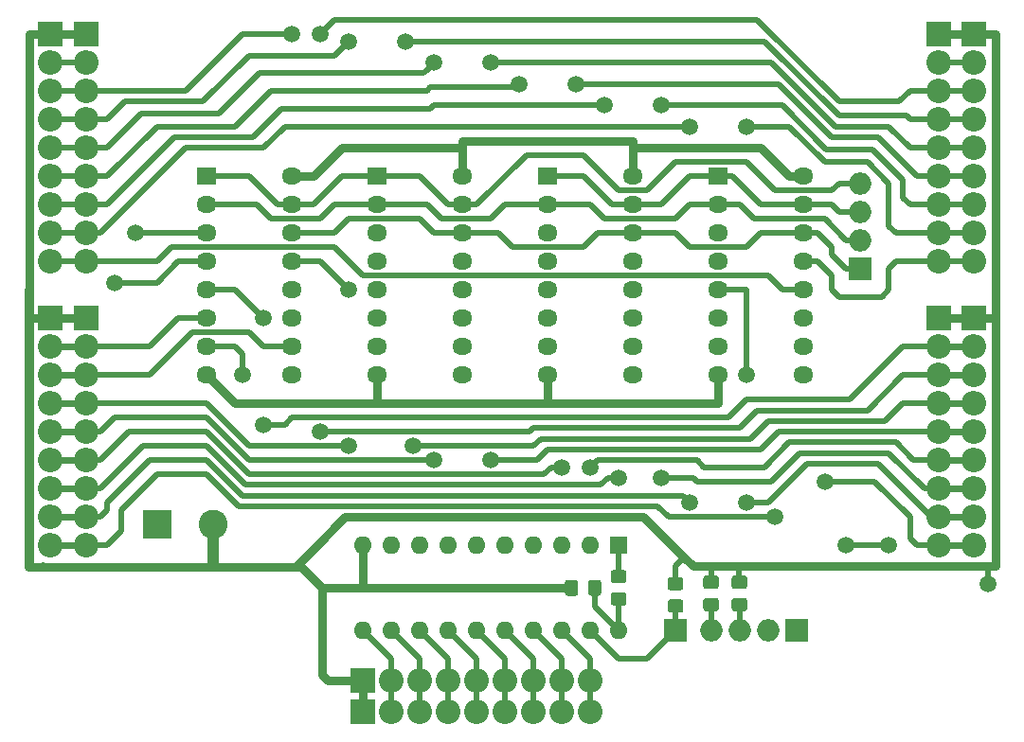
<source format=gbr>
%TF.GenerationSoftware,KiCad,Pcbnew,(5.1.8)-1*%
%TF.CreationDate,2023-07-01T01:21:54+03:00*%
%TF.ProjectId,MUX4x1,4d555834-7831-42e6-9b69-6361645f7063,rev?*%
%TF.SameCoordinates,Original*%
%TF.FileFunction,Copper,L2,Bot*%
%TF.FilePolarity,Positive*%
%FSLAX46Y46*%
G04 Gerber Fmt 4.6, Leading zero omitted, Abs format (unit mm)*
G04 Created by KiCad (PCBNEW (5.1.8)-1) date 2023-07-01 01:21:54*
%MOMM*%
%LPD*%
G01*
G04 APERTURE LIST*
%TA.AperFunction,ComponentPad*%
%ADD10O,2.000000X2.000000*%
%TD*%
%TA.AperFunction,ComponentPad*%
%ADD11R,2.000000X2.000000*%
%TD*%
%TA.AperFunction,ComponentPad*%
%ADD12O,2.200000X2.200000*%
%TD*%
%TA.AperFunction,ComponentPad*%
%ADD13R,2.200000X2.200000*%
%TD*%
%TA.AperFunction,ComponentPad*%
%ADD14O,1.800000X1.500000*%
%TD*%
%TA.AperFunction,ComponentPad*%
%ADD15R,1.800000X1.500000*%
%TD*%
%TA.AperFunction,ComponentPad*%
%ADD16R,2.600000X2.600000*%
%TD*%
%TA.AperFunction,ComponentPad*%
%ADD17C,2.600000*%
%TD*%
%TA.AperFunction,ComponentPad*%
%ADD18R,1.600000X1.600000*%
%TD*%
%TA.AperFunction,ComponentPad*%
%ADD19O,1.600000X1.600000*%
%TD*%
%TA.AperFunction,ViaPad*%
%ADD20C,1.500000*%
%TD*%
%TA.AperFunction,Conductor*%
%ADD21C,0.800000*%
%TD*%
%TA.AperFunction,Conductor*%
%ADD22C,0.500000*%
%TD*%
%TA.AperFunction,Conductor*%
%ADD23C,1.000000*%
%TD*%
%TA.AperFunction,Conductor*%
%ADD24C,0.600000*%
%TD*%
G04 APERTURE END LIST*
%TO.P,R6,2*%
%TO.N,GND*%
%TA.AperFunction,SMDPad,CuDef*%
G36*
G01*
X133165001Y-110598000D02*
X132264999Y-110598000D01*
G75*
G02*
X132015000Y-110348001I0J249999D01*
G01*
X132015000Y-109647999D01*
G75*
G02*
X132264999Y-109398000I249999J0D01*
G01*
X133165001Y-109398000D01*
G75*
G02*
X133415000Y-109647999I0J-249999D01*
G01*
X133415000Y-110348001D01*
G75*
G02*
X133165001Y-110598000I-249999J0D01*
G01*
G37*
%TD.AperFunction*%
%TO.P,R6,1*%
%TO.N,/~EL*%
%TA.AperFunction,SMDPad,CuDef*%
G36*
G01*
X133165001Y-112598000D02*
X132264999Y-112598000D01*
G75*
G02*
X132015000Y-112348001I0J249999D01*
G01*
X132015000Y-111647999D01*
G75*
G02*
X132264999Y-111398000I249999J0D01*
G01*
X133165001Y-111398000D01*
G75*
G02*
X133415000Y-111647999I0J-249999D01*
G01*
X133415000Y-112348001D01*
G75*
G02*
X133165001Y-112598000I-249999J0D01*
G01*
G37*
%TD.AperFunction*%
%TD*%
D10*
%TO.P,J14,4*%
%TO.N,/~EL*%
X132715000Y-114300000D03*
%TO.P,J14,3*%
%TO.N,/~EH*%
X135255000Y-114300000D03*
%TO.P,J14,2*%
%TO.N,/S1*%
X137795000Y-114300000D03*
D11*
%TO.P,J14,1*%
%TO.N,/S0*%
X140335000Y-114300000D03*
%TD*%
D10*
%TO.P,J7,4*%
%TO.N,/~EL*%
X146050000Y-74295000D03*
%TO.P,J7,3*%
%TO.N,/~EH*%
X146050000Y-76835000D03*
%TO.P,J7,2*%
%TO.N,/S1*%
X146050000Y-79375000D03*
D11*
%TO.P,J7,1*%
%TO.N,/S0*%
X146050000Y-81915000D03*
%TD*%
%TO.P,R5,2*%
%TO.N,/~OE*%
%TA.AperFunction,SMDPad,CuDef*%
G36*
G01*
X129089999Y-111525000D02*
X129990001Y-111525000D01*
G75*
G02*
X130240000Y-111774999I0J-249999D01*
G01*
X130240000Y-112475001D01*
G75*
G02*
X129990001Y-112725000I-249999J0D01*
G01*
X129089999Y-112725000D01*
G75*
G02*
X128840000Y-112475001I0J249999D01*
G01*
X128840000Y-111774999D01*
G75*
G02*
X129089999Y-111525000I249999J0D01*
G01*
G37*
%TD.AperFunction*%
%TO.P,R5,1*%
%TO.N,GND*%
%TA.AperFunction,SMDPad,CuDef*%
G36*
G01*
X129089999Y-109525000D02*
X129990001Y-109525000D01*
G75*
G02*
X130240000Y-109774999I0J-249999D01*
G01*
X130240000Y-110475001D01*
G75*
G02*
X129990001Y-110725000I-249999J0D01*
G01*
X129089999Y-110725000D01*
G75*
G02*
X128840000Y-110475001I0J249999D01*
G01*
X128840000Y-109774999D01*
G75*
G02*
X129089999Y-109525000I249999J0D01*
G01*
G37*
%TD.AperFunction*%
%TD*%
%TO.P,J13,1*%
%TO.N,/~OE*%
X129540000Y-114300000D03*
%TD*%
%TO.P,C3,2*%
%TO.N,GND*%
%TA.AperFunction,SMDPad,CuDef*%
G36*
G01*
X120835000Y-110015000D02*
X120835000Y-110965000D01*
G75*
G02*
X120585000Y-111215000I-250000J0D01*
G01*
X119910000Y-111215000D01*
G75*
G02*
X119660000Y-110965000I0J250000D01*
G01*
X119660000Y-110015000D01*
G75*
G02*
X119910000Y-109765000I250000J0D01*
G01*
X120585000Y-109765000D01*
G75*
G02*
X120835000Y-110015000I0J-250000D01*
G01*
G37*
%TD.AperFunction*%
%TO.P,C3,1*%
%TO.N,VCC*%
%TA.AperFunction,SMDPad,CuDef*%
G36*
G01*
X122910000Y-110015000D02*
X122910000Y-110965000D01*
G75*
G02*
X122660000Y-111215000I-250000J0D01*
G01*
X121985000Y-111215000D01*
G75*
G02*
X121735000Y-110965000I0J250000D01*
G01*
X121735000Y-110015000D01*
G75*
G02*
X121985000Y-109765000I250000J0D01*
G01*
X122660000Y-109765000D01*
G75*
G02*
X122910000Y-110015000I0J-250000D01*
G01*
G37*
%TD.AperFunction*%
%TD*%
D12*
%TO.P,J12,9*%
%TO.N,/BUS7*%
X121920000Y-121602500D03*
%TO.P,J12,8*%
%TO.N,/BUS6*%
X119380000Y-121602500D03*
%TO.P,J12,7*%
%TO.N,/BUS5*%
X116840000Y-121602500D03*
%TO.P,J12,6*%
%TO.N,/BUS4*%
X114300000Y-121602500D03*
%TO.P,J12,5*%
%TO.N,/BUS3*%
X111760000Y-121602500D03*
%TO.P,J12,4*%
%TO.N,/BUS2*%
X109220000Y-121602500D03*
%TO.P,J12,3*%
%TO.N,/BUS1*%
X106680000Y-121602500D03*
%TO.P,J12,2*%
%TO.N,/BUS0*%
X104140000Y-121602500D03*
D13*
%TO.P,J12,1*%
%TO.N,GND*%
X101600000Y-121602500D03*
%TD*%
D12*
%TO.P,J11,9*%
%TO.N,/D7*%
X156210000Y-81280000D03*
%TO.P,J11,8*%
%TO.N,/D6*%
X156210000Y-78740000D03*
%TO.P,J11,7*%
%TO.N,/D5*%
X156210000Y-76200000D03*
%TO.P,J11,6*%
%TO.N,/D4*%
X156210000Y-73660000D03*
%TO.P,J11,5*%
%TO.N,/D3*%
X156210000Y-71120000D03*
%TO.P,J11,4*%
%TO.N,/D2*%
X156210000Y-68580000D03*
%TO.P,J11,3*%
%TO.N,/D1*%
X156210000Y-66040000D03*
%TO.P,J11,2*%
%TO.N,/D0*%
X156210000Y-63500000D03*
D13*
%TO.P,J11,1*%
%TO.N,GND*%
X156210000Y-60960000D03*
%TD*%
D12*
%TO.P,J10,9*%
%TO.N,/C7*%
X73660000Y-81280000D03*
%TO.P,J10,8*%
%TO.N,/C6*%
X73660000Y-78740000D03*
%TO.P,J10,7*%
%TO.N,/C5*%
X73660000Y-76200000D03*
%TO.P,J10,6*%
%TO.N,/C4*%
X73660000Y-73660000D03*
%TO.P,J10,5*%
%TO.N,/C3*%
X73660000Y-71120000D03*
%TO.P,J10,4*%
%TO.N,/C2*%
X73660000Y-68580000D03*
%TO.P,J10,3*%
%TO.N,/C1*%
X73660000Y-66040000D03*
%TO.P,J10,2*%
%TO.N,/C0*%
X73660000Y-63500000D03*
D13*
%TO.P,J10,1*%
%TO.N,GND*%
X73660000Y-60960000D03*
%TD*%
D12*
%TO.P,J9,9*%
%TO.N,/B7*%
X156210000Y-106680000D03*
%TO.P,J9,8*%
%TO.N,/B6*%
X156210000Y-104140000D03*
%TO.P,J9,7*%
%TO.N,/B5*%
X156210000Y-101600000D03*
%TO.P,J9,6*%
%TO.N,/B4*%
X156210000Y-99060000D03*
%TO.P,J9,5*%
%TO.N,/B3*%
X156210000Y-96520000D03*
%TO.P,J9,4*%
%TO.N,/B2*%
X156210000Y-93980000D03*
%TO.P,J9,3*%
%TO.N,/B1*%
X156210000Y-91440000D03*
%TO.P,J9,2*%
%TO.N,/B0*%
X156210000Y-88900000D03*
D13*
%TO.P,J9,1*%
%TO.N,GND*%
X156210000Y-86360000D03*
%TD*%
D12*
%TO.P,J8,9*%
%TO.N,/A7*%
X73660000Y-106680000D03*
%TO.P,J8,8*%
%TO.N,/A6*%
X73660000Y-104140000D03*
%TO.P,J8,7*%
%TO.N,/A5*%
X73660000Y-101600000D03*
%TO.P,J8,6*%
%TO.N,/A4*%
X73660000Y-99060000D03*
%TO.P,J8,5*%
%TO.N,/A3*%
X73660000Y-96520000D03*
%TO.P,J8,4*%
%TO.N,/A2*%
X73660000Y-93980000D03*
%TO.P,J8,3*%
%TO.N,/A1*%
X73660000Y-91440000D03*
%TO.P,J8,2*%
%TO.N,/A0*%
X73660000Y-88900000D03*
D13*
%TO.P,J8,1*%
%TO.N,GND*%
X73660000Y-86360000D03*
%TD*%
D14*
%TO.P,U2,16*%
%TO.N,VCC*%
X110490000Y-73660000D03*
%TO.P,U2,8*%
%TO.N,GND*%
X102870000Y-91440000D03*
%TO.P,U2,15*%
%TO.N,/~EL*%
X110490000Y-76200000D03*
%TO.P,U2,7*%
%TO.N,/O2*%
X102870000Y-88900000D03*
%TO.P,U2,14*%
%TO.N,/S0*%
X110490000Y-78740000D03*
%TO.P,U2,6*%
%TO.N,/A2*%
X102870000Y-86360000D03*
%TO.P,U2,13*%
%TO.N,/D3*%
X110490000Y-81280000D03*
%TO.P,U2,5*%
%TO.N,/B2*%
X102870000Y-83820000D03*
%TO.P,U2,12*%
%TO.N,/C3*%
X110490000Y-83820000D03*
%TO.P,U2,4*%
%TO.N,/C2*%
X102870000Y-81280000D03*
%TO.P,U2,11*%
%TO.N,/B3*%
X110490000Y-86360000D03*
%TO.P,U2,3*%
%TO.N,/D2*%
X102870000Y-78740000D03*
%TO.P,U2,10*%
%TO.N,/A3*%
X110490000Y-88900000D03*
%TO.P,U2,2*%
%TO.N,/S1*%
X102870000Y-76200000D03*
%TO.P,U2,9*%
%TO.N,/O3*%
X110490000Y-91440000D03*
D15*
%TO.P,U2,1*%
%TO.N,/~EL*%
X102870000Y-73660000D03*
%TD*%
%TO.P,R1,2*%
%TO.N,GND*%
%TA.AperFunction,SMDPad,CuDef*%
G36*
G01*
X135705001Y-110598000D02*
X134804999Y-110598000D01*
G75*
G02*
X134555000Y-110348001I0J249999D01*
G01*
X134555000Y-109647999D01*
G75*
G02*
X134804999Y-109398000I249999J0D01*
G01*
X135705001Y-109398000D01*
G75*
G02*
X135955000Y-109647999I0J-249999D01*
G01*
X135955000Y-110348001D01*
G75*
G02*
X135705001Y-110598000I-249999J0D01*
G01*
G37*
%TD.AperFunction*%
%TO.P,R1,1*%
%TO.N,/~EH*%
%TA.AperFunction,SMDPad,CuDef*%
G36*
G01*
X135705001Y-112598000D02*
X134804999Y-112598000D01*
G75*
G02*
X134555000Y-112348001I0J249999D01*
G01*
X134555000Y-111647999D01*
G75*
G02*
X134804999Y-111398000I249999J0D01*
G01*
X135705001Y-111398000D01*
G75*
G02*
X135955000Y-111647999I0J-249999D01*
G01*
X135955000Y-112348001D01*
G75*
G02*
X135705001Y-112598000I-249999J0D01*
G01*
G37*
%TD.AperFunction*%
%TD*%
D16*
%TO.P,J1,1*%
%TO.N,VCC*%
X83185000Y-104775000D03*
D17*
%TO.P,J1,2*%
%TO.N,GND*%
X88185000Y-104775000D03*
%TD*%
D13*
%TO.P,J2,1*%
%TO.N,GND*%
X76835000Y-86360000D03*
D12*
%TO.P,J2,2*%
%TO.N,/A0*%
X76835000Y-88900000D03*
%TO.P,J2,3*%
%TO.N,/A1*%
X76835000Y-91440000D03*
%TO.P,J2,4*%
%TO.N,/A2*%
X76835000Y-93980000D03*
%TO.P,J2,5*%
%TO.N,/A3*%
X76835000Y-96520000D03*
%TO.P,J2,6*%
%TO.N,/A4*%
X76835000Y-99060000D03*
%TO.P,J2,7*%
%TO.N,/A5*%
X76835000Y-101600000D03*
%TO.P,J2,8*%
%TO.N,/A6*%
X76835000Y-104140000D03*
%TO.P,J2,9*%
%TO.N,/A7*%
X76835000Y-106680000D03*
%TD*%
%TO.P,J3,9*%
%TO.N,/B7*%
X153035000Y-106680000D03*
%TO.P,J3,8*%
%TO.N,/B6*%
X153035000Y-104140000D03*
%TO.P,J3,7*%
%TO.N,/B5*%
X153035000Y-101600000D03*
%TO.P,J3,6*%
%TO.N,/B4*%
X153035000Y-99060000D03*
%TO.P,J3,5*%
%TO.N,/B3*%
X153035000Y-96520000D03*
%TO.P,J3,4*%
%TO.N,/B2*%
X153035000Y-93980000D03*
%TO.P,J3,3*%
%TO.N,/B1*%
X153035000Y-91440000D03*
%TO.P,J3,2*%
%TO.N,/B0*%
X153035000Y-88900000D03*
D13*
%TO.P,J3,1*%
%TO.N,GND*%
X153035000Y-86360000D03*
%TD*%
%TO.P,J4,1*%
%TO.N,GND*%
X76835000Y-60960000D03*
D12*
%TO.P,J4,2*%
%TO.N,/C0*%
X76835000Y-63500000D03*
%TO.P,J4,3*%
%TO.N,/C1*%
X76835000Y-66040000D03*
%TO.P,J4,4*%
%TO.N,/C2*%
X76835000Y-68580000D03*
%TO.P,J4,5*%
%TO.N,/C3*%
X76835000Y-71120000D03*
%TO.P,J4,6*%
%TO.N,/C4*%
X76835000Y-73660000D03*
%TO.P,J4,7*%
%TO.N,/C5*%
X76835000Y-76200000D03*
%TO.P,J4,8*%
%TO.N,/C6*%
X76835000Y-78740000D03*
%TO.P,J4,9*%
%TO.N,/C7*%
X76835000Y-81280000D03*
%TD*%
%TO.P,J5,9*%
%TO.N,/D7*%
X153035000Y-81280000D03*
%TO.P,J5,8*%
%TO.N,/D6*%
X153035000Y-78740000D03*
%TO.P,J5,7*%
%TO.N,/D5*%
X153035000Y-76200000D03*
%TO.P,J5,6*%
%TO.N,/D4*%
X153035000Y-73660000D03*
%TO.P,J5,5*%
%TO.N,/D3*%
X153035000Y-71120000D03*
%TO.P,J5,4*%
%TO.N,/D2*%
X153035000Y-68580000D03*
%TO.P,J5,3*%
%TO.N,/D1*%
X153035000Y-66040000D03*
%TO.P,J5,2*%
%TO.N,/D0*%
X153035000Y-63500000D03*
D13*
%TO.P,J5,1*%
%TO.N,GND*%
X153035000Y-60960000D03*
%TD*%
%TO.P,J6,1*%
%TO.N,GND*%
X101600000Y-118745000D03*
D12*
%TO.P,J6,2*%
%TO.N,/BUS0*%
X104140000Y-118745000D03*
%TO.P,J6,3*%
%TO.N,/BUS1*%
X106680000Y-118745000D03*
%TO.P,J6,4*%
%TO.N,/BUS2*%
X109220000Y-118745000D03*
%TO.P,J6,5*%
%TO.N,/BUS3*%
X111760000Y-118745000D03*
%TO.P,J6,6*%
%TO.N,/BUS4*%
X114300000Y-118745000D03*
%TO.P,J6,7*%
%TO.N,/BUS5*%
X116840000Y-118745000D03*
%TO.P,J6,8*%
%TO.N,/BUS6*%
X119380000Y-118745000D03*
%TO.P,J6,9*%
%TO.N,/BUS7*%
X121920000Y-118745000D03*
%TD*%
D15*
%TO.P,U1,1*%
%TO.N,/~EL*%
X87630000Y-73660000D03*
D14*
%TO.P,U1,9*%
%TO.N,/O1*%
X95250000Y-91440000D03*
%TO.P,U1,2*%
%TO.N,/S1*%
X87630000Y-76200000D03*
%TO.P,U1,10*%
%TO.N,/A1*%
X95250000Y-88900000D03*
%TO.P,U1,3*%
%TO.N,/D0*%
X87630000Y-78740000D03*
%TO.P,U1,11*%
%TO.N,/B1*%
X95250000Y-86360000D03*
%TO.P,U1,4*%
%TO.N,/C0*%
X87630000Y-81280000D03*
%TO.P,U1,12*%
%TO.N,/C1*%
X95250000Y-83820000D03*
%TO.P,U1,5*%
%TO.N,/B0*%
X87630000Y-83820000D03*
%TO.P,U1,13*%
%TO.N,/D1*%
X95250000Y-81280000D03*
%TO.P,U1,6*%
%TO.N,/A0*%
X87630000Y-86360000D03*
%TO.P,U1,14*%
%TO.N,/S0*%
X95250000Y-78740000D03*
%TO.P,U1,7*%
%TO.N,/O0*%
X87630000Y-88900000D03*
%TO.P,U1,15*%
%TO.N,/~EL*%
X95250000Y-76200000D03*
%TO.P,U1,8*%
%TO.N,GND*%
X87630000Y-91440000D03*
%TO.P,U1,16*%
%TO.N,VCC*%
X95250000Y-73660000D03*
%TD*%
D15*
%TO.P,U3,1*%
%TO.N,/~EH*%
X118110000Y-73660000D03*
D14*
%TO.P,U3,9*%
%TO.N,/O5*%
X125730000Y-91440000D03*
%TO.P,U3,2*%
%TO.N,/S1*%
X118110000Y-76200000D03*
%TO.P,U3,10*%
%TO.N,/A5*%
X125730000Y-88900000D03*
%TO.P,U3,3*%
%TO.N,/D4*%
X118110000Y-78740000D03*
%TO.P,U3,11*%
%TO.N,/B5*%
X125730000Y-86360000D03*
%TO.P,U3,4*%
%TO.N,/C4*%
X118110000Y-81280000D03*
%TO.P,U3,12*%
%TO.N,/C5*%
X125730000Y-83820000D03*
%TO.P,U3,5*%
%TO.N,/B4*%
X118110000Y-83820000D03*
%TO.P,U3,13*%
%TO.N,/D5*%
X125730000Y-81280000D03*
%TO.P,U3,6*%
%TO.N,/A4*%
X118110000Y-86360000D03*
%TO.P,U3,14*%
%TO.N,/S0*%
X125730000Y-78740000D03*
%TO.P,U3,7*%
%TO.N,/O4*%
X118110000Y-88900000D03*
%TO.P,U3,15*%
%TO.N,/~EH*%
X125730000Y-76200000D03*
%TO.P,U3,8*%
%TO.N,GND*%
X118110000Y-91440000D03*
%TO.P,U3,16*%
%TO.N,VCC*%
X125730000Y-73660000D03*
%TD*%
%TO.P,U4,16*%
%TO.N,VCC*%
X140970000Y-73660000D03*
%TO.P,U4,8*%
%TO.N,GND*%
X133350000Y-91440000D03*
%TO.P,U4,15*%
%TO.N,/~EH*%
X140970000Y-76200000D03*
%TO.P,U4,7*%
%TO.N,/O6*%
X133350000Y-88900000D03*
%TO.P,U4,14*%
%TO.N,/S0*%
X140970000Y-78740000D03*
%TO.P,U4,6*%
%TO.N,/A6*%
X133350000Y-86360000D03*
%TO.P,U4,13*%
%TO.N,/D7*%
X140970000Y-81280000D03*
%TO.P,U4,5*%
%TO.N,/B6*%
X133350000Y-83820000D03*
%TO.P,U4,12*%
%TO.N,/C7*%
X140970000Y-83820000D03*
%TO.P,U4,4*%
%TO.N,/C6*%
X133350000Y-81280000D03*
%TO.P,U4,11*%
%TO.N,/B7*%
X140970000Y-86360000D03*
%TO.P,U4,3*%
%TO.N,/D6*%
X133350000Y-78740000D03*
%TO.P,U4,10*%
%TO.N,/A7*%
X140970000Y-88900000D03*
%TO.P,U4,2*%
%TO.N,/S1*%
X133350000Y-76200000D03*
%TO.P,U4,9*%
%TO.N,/O7*%
X140970000Y-91440000D03*
D15*
%TO.P,U4,1*%
%TO.N,/~EH*%
X133350000Y-73660000D03*
%TD*%
%TO.P,R4,1*%
%TO.N,Net-(R4-Pad1)*%
%TA.AperFunction,SMDPad,CuDef*%
G36*
G01*
X124009999Y-108890000D02*
X124910001Y-108890000D01*
G75*
G02*
X125160000Y-109139999I0J-249999D01*
G01*
X125160000Y-109840001D01*
G75*
G02*
X124910001Y-110090000I-249999J0D01*
G01*
X124009999Y-110090000D01*
G75*
G02*
X123760000Y-109840001I0J249999D01*
G01*
X123760000Y-109139999D01*
G75*
G02*
X124009999Y-108890000I249999J0D01*
G01*
G37*
%TD.AperFunction*%
%TO.P,R4,2*%
%TO.N,VCC*%
%TA.AperFunction,SMDPad,CuDef*%
G36*
G01*
X124009999Y-110890000D02*
X124910001Y-110890000D01*
G75*
G02*
X125160000Y-111139999I0J-249999D01*
G01*
X125160000Y-111840001D01*
G75*
G02*
X124910001Y-112090000I-249999J0D01*
G01*
X124009999Y-112090000D01*
G75*
G02*
X123760000Y-111840001I0J249999D01*
G01*
X123760000Y-111139999D01*
G75*
G02*
X124009999Y-110890000I249999J0D01*
G01*
G37*
%TD.AperFunction*%
%TD*%
D18*
%TO.P,U5,1*%
%TO.N,Net-(R4-Pad1)*%
X124460000Y-106680000D03*
D19*
%TO.P,U5,11*%
%TO.N,/BUS0*%
X101600000Y-114300000D03*
%TO.P,U5,2*%
%TO.N,/O7*%
X121920000Y-106680000D03*
%TO.P,U5,12*%
%TO.N,/BUS1*%
X104140000Y-114300000D03*
%TO.P,U5,3*%
%TO.N,/O6*%
X119380000Y-106680000D03*
%TO.P,U5,13*%
%TO.N,/BUS2*%
X106680000Y-114300000D03*
%TO.P,U5,4*%
%TO.N,/O5*%
X116840000Y-106680000D03*
%TO.P,U5,14*%
%TO.N,/BUS3*%
X109220000Y-114300000D03*
%TO.P,U5,5*%
%TO.N,/O4*%
X114300000Y-106680000D03*
%TO.P,U5,15*%
%TO.N,/BUS4*%
X111760000Y-114300000D03*
%TO.P,U5,6*%
%TO.N,/O3*%
X111760000Y-106680000D03*
%TO.P,U5,16*%
%TO.N,/BUS5*%
X114300000Y-114300000D03*
%TO.P,U5,7*%
%TO.N,/O2*%
X109220000Y-106680000D03*
%TO.P,U5,17*%
%TO.N,/BUS6*%
X116840000Y-114300000D03*
%TO.P,U5,8*%
%TO.N,/O1*%
X106680000Y-106680000D03*
%TO.P,U5,18*%
%TO.N,/BUS7*%
X119380000Y-114300000D03*
%TO.P,U5,9*%
%TO.N,/O0*%
X104140000Y-106680000D03*
%TO.P,U5,19*%
%TO.N,/~OE*%
X121920000Y-114300000D03*
%TO.P,U5,10*%
%TO.N,GND*%
X101600000Y-106680000D03*
%TO.P,U5,20*%
%TO.N,VCC*%
X124460000Y-114300000D03*
%TD*%
D20*
%TO.N,GND*%
X157480000Y-110172500D03*
%TO.N,/A2*%
X100330000Y-97790000D03*
%TO.N,/A3*%
X107950000Y-99060000D03*
%TO.N,/A4*%
X119380000Y-99695000D03*
%TO.N,/A5*%
X124460000Y-100647500D03*
%TO.N,/A6*%
X130810000Y-102870000D03*
%TO.N,/A7*%
X138430000Y-104140000D03*
%TO.N,/B7*%
X142875000Y-100965000D03*
%TO.N,/B6*%
X135890000Y-102870000D03*
X135890000Y-91440000D03*
%TO.N,/B5*%
X128270000Y-100647500D03*
%TO.N,/B4*%
X121920000Y-99695000D03*
%TO.N,/B3*%
X113030000Y-99060000D03*
%TO.N,/B2*%
X106045000Y-97790000D03*
%TO.N,/B1*%
X97790000Y-96520000D03*
%TO.N,/B0*%
X92710000Y-95885000D03*
X92710000Y-86360000D03*
%TO.N,/C0*%
X79375000Y-83185000D03*
%TO.N,/C1*%
X95250000Y-60960000D03*
%TO.N,/C2*%
X100330000Y-61595000D03*
%TO.N,/C3*%
X107950000Y-63500000D03*
%TO.N,/C4*%
X115570000Y-65405000D03*
%TO.N,/C5*%
X123190000Y-67310000D03*
%TO.N,/C6*%
X130810000Y-69215000D03*
%TO.N,/D6*%
X135890000Y-69215000D03*
%TO.N,/D5*%
X128270000Y-67310000D03*
%TO.N,/D4*%
X120650000Y-65405000D03*
%TO.N,/D3*%
X113030000Y-63500000D03*
%TO.N,/D2*%
X105410000Y-61595000D03*
%TO.N,/D1*%
X97790000Y-60960000D03*
X100330000Y-83820000D03*
%TO.N,/D0*%
X81280000Y-78740000D03*
%TO.N,/O0*%
X90805000Y-91440000D03*
%TO.N,/S1*%
X148590000Y-106680000D03*
X144780000Y-106680000D03*
%TD*%
D21*
%TO.N,VCC*%
X110490000Y-70485000D02*
X110490000Y-73660000D01*
X125730000Y-70485000D02*
X125730000Y-73660000D01*
X140970000Y-73660000D02*
X139700000Y-73660000D01*
X139700000Y-73660000D02*
X137160000Y-71120000D01*
X125730000Y-71120000D02*
X137160000Y-71120000D01*
X97155000Y-73660000D02*
X99695000Y-71120000D01*
X95250000Y-73660000D02*
X97155000Y-73660000D01*
X99695000Y-71120000D02*
X110490000Y-71120000D01*
D22*
X124460000Y-111490000D02*
X124460000Y-114300000D01*
D21*
X110490000Y-70485000D02*
X125730000Y-70485000D01*
D22*
X122322500Y-112162500D02*
X124460000Y-114300000D01*
X122322500Y-110490000D02*
X122322500Y-112162500D01*
D21*
%TO.N,GND*%
X133350000Y-108565000D02*
X133340000Y-108575000D01*
X133350000Y-91440000D02*
X133350000Y-93980000D01*
X102870000Y-91440000D02*
X102870000Y-93980000D01*
X118110000Y-91440000D02*
X118110000Y-93980000D01*
X118110000Y-93980000D02*
X133350000Y-93980000D01*
X102870000Y-93980000D02*
X118110000Y-93980000D01*
X153035000Y-86360000D02*
X156210000Y-86360000D01*
X158115000Y-83820000D02*
X158115000Y-108575000D01*
X156210000Y-86360000D02*
X158115000Y-86360000D01*
X72995010Y-108594990D02*
X73015000Y-108575000D01*
X71755000Y-108594990D02*
X72995010Y-108594990D01*
X71755000Y-88900000D02*
X71755000Y-108594990D01*
X71745010Y-88890010D02*
X71755000Y-88900000D01*
X71745010Y-83820000D02*
X71745010Y-88890010D01*
X76835000Y-86360000D02*
X71745010Y-86360000D01*
D23*
X88185000Y-104775000D02*
X88185000Y-108520000D01*
D21*
X72995010Y-108594990D02*
X88185000Y-108594990D01*
X88185000Y-108594990D02*
X95557510Y-108594990D01*
X97155000Y-106997500D02*
X95557510Y-108594990D01*
X158115000Y-60960000D02*
X153035000Y-60960000D01*
X158115000Y-83820000D02*
X158115000Y-60960000D01*
X71745010Y-108594990D02*
X73058988Y-108594990D01*
X71745010Y-83820000D02*
X71745010Y-108594990D01*
X71755000Y-107291002D02*
X71755000Y-60960000D01*
X71755000Y-60960000D02*
X76835000Y-60960000D01*
X90170000Y-93980000D02*
X87630000Y-91440000D01*
X102870000Y-93980000D02*
X90170000Y-93980000D01*
X100012500Y-104140000D02*
X125095000Y-104140000D01*
X97155000Y-106997500D02*
X100012500Y-104140000D01*
X96053339Y-108594990D02*
X97948349Y-110490000D01*
X95557510Y-108594990D02*
X96053339Y-108594990D01*
X101600000Y-106680000D02*
X101600000Y-110490000D01*
X101600000Y-110490000D02*
X120247500Y-110490000D01*
X97948349Y-110490000D02*
X101600000Y-110490000D01*
X101600000Y-121602500D02*
X101600000Y-118745000D01*
X101600000Y-118745000D02*
X98425000Y-118745000D01*
X97948349Y-118268349D02*
X97948349Y-110490000D01*
X98425000Y-118745000D02*
X97948349Y-118268349D01*
X150505000Y-108575000D02*
X158115000Y-108575000D01*
D22*
X129530000Y-110115000D02*
X129540000Y-110125000D01*
X129530000Y-108575000D02*
X129530000Y-110115000D01*
X157480000Y-108585000D02*
X157480000Y-110172500D01*
D21*
X125095000Y-104140000D02*
X126682500Y-104140000D01*
D22*
X129550000Y-108575000D02*
X130333750Y-107791250D01*
X129530000Y-108575000D02*
X129550000Y-108575000D01*
D21*
X130333750Y-107791250D02*
X131117500Y-108575000D01*
X126682500Y-104140000D02*
X130333750Y-107791250D01*
D22*
X132725000Y-109988000D02*
X132715000Y-109998000D01*
X132725000Y-108575000D02*
X132725000Y-109988000D01*
D21*
X133340000Y-108575000D02*
X132725000Y-108575000D01*
X132725000Y-108575000D02*
X131117500Y-108575000D01*
D22*
X135245000Y-109988000D02*
X135255000Y-109998000D01*
X135245000Y-108575000D02*
X135245000Y-109988000D01*
D21*
X133340000Y-108575000D02*
X135245000Y-108575000D01*
X135245000Y-108575000D02*
X150505000Y-108575000D01*
D22*
%TO.N,/A0*%
X85090000Y-86360000D02*
X87630000Y-86360000D01*
X82550000Y-88900000D02*
X85090000Y-86360000D01*
X76200000Y-88900000D02*
X82550000Y-88900000D01*
D24*
X73660000Y-88900000D02*
X76835000Y-88900000D01*
%TO.N,/A1*%
X73660000Y-91440000D02*
X76835000Y-91440000D01*
D22*
X91440000Y-87630000D02*
X92710000Y-88900000D01*
X93345000Y-88900000D02*
X95250000Y-88900000D01*
X92710000Y-88900000D02*
X93345000Y-88900000D01*
X86360000Y-87630000D02*
X91440000Y-87630000D01*
X82550000Y-91440000D02*
X86360000Y-87630000D01*
X76200000Y-91440000D02*
X82550000Y-91440000D01*
D24*
%TO.N,/A2*%
X73660000Y-93980000D02*
X76835000Y-93980000D01*
D22*
X91440000Y-97790000D02*
X100330000Y-97790000D01*
X87630000Y-93980000D02*
X91440000Y-97790000D01*
X76200000Y-93980000D02*
X87630000Y-93980000D01*
D24*
%TO.N,/A3*%
X73660000Y-96520000D02*
X76835000Y-96520000D01*
D22*
X78105000Y-96520000D02*
X76200000Y-96520000D01*
X79375000Y-95250000D02*
X78105000Y-96520000D01*
X87630000Y-95250000D02*
X79375000Y-95250000D01*
X91440000Y-99060000D02*
X87630000Y-95250000D01*
X107950000Y-99060000D02*
X91440000Y-99060000D01*
D24*
%TO.N,/A4*%
X73660000Y-99060000D02*
X76835000Y-99060000D01*
D22*
X78105000Y-99060000D02*
X76200000Y-99060000D01*
X80645000Y-96520000D02*
X78105000Y-99060000D01*
X87630000Y-96520000D02*
X80645000Y-96520000D01*
X91440000Y-100330000D02*
X87630000Y-96520000D01*
X117792500Y-100330000D02*
X91440000Y-100330000D01*
X118427500Y-99695000D02*
X117792500Y-100330000D01*
X119380000Y-99695000D02*
X118427500Y-99695000D01*
D24*
%TO.N,/A5*%
X73660000Y-101600000D02*
X76835000Y-101600000D01*
D22*
X78105000Y-101600000D02*
X76200000Y-101600000D01*
X81915000Y-97790000D02*
X78105000Y-101600000D01*
X87630000Y-97790000D02*
X81915000Y-97790000D01*
X91122500Y-101282500D02*
X87630000Y-97790000D01*
X122872500Y-101282500D02*
X91122500Y-101282500D01*
X123507500Y-100647500D02*
X122872500Y-101282500D01*
X124460000Y-100647500D02*
X123507500Y-100647500D01*
D24*
%TO.N,/A6*%
X73660000Y-104140000D02*
X76835000Y-104140000D01*
D22*
X130175000Y-102235000D02*
X130810000Y-102870000D01*
X90805000Y-102235000D02*
X130175000Y-102235000D01*
X87630000Y-99060000D02*
X90805000Y-102235000D01*
X82550000Y-99060000D02*
X87630000Y-99060000D01*
X78740000Y-102870000D02*
X82550000Y-99060000D01*
X78740000Y-103505000D02*
X78740000Y-102870000D01*
X78105000Y-104140000D02*
X78740000Y-103505000D01*
X76200000Y-104140000D02*
X78105000Y-104140000D01*
D24*
%TO.N,/A7*%
X73660000Y-106680000D02*
X76835000Y-106680000D01*
D22*
X87630000Y-100330000D02*
X90487500Y-103187500D01*
X83185000Y-100330000D02*
X87630000Y-100330000D01*
X90487500Y-103187500D02*
X127952500Y-103187500D01*
X80010000Y-103505000D02*
X83185000Y-100330000D01*
X80010000Y-105410000D02*
X80010000Y-103505000D01*
X128905000Y-104140000D02*
X138430000Y-104140000D01*
X127952500Y-103187500D02*
X128905000Y-104140000D01*
X78740000Y-106680000D02*
X80010000Y-105410000D01*
X76835000Y-106680000D02*
X78740000Y-106680000D01*
D24*
%TO.N,/B7*%
X153035000Y-106680000D02*
X156210000Y-106680000D01*
D22*
X143510000Y-100965000D02*
X147320000Y-100965000D01*
X147320000Y-100965000D02*
X150495000Y-104140000D01*
X150495000Y-106045000D02*
X151130000Y-106680000D01*
X150495000Y-104140000D02*
X150495000Y-106045000D01*
X153670000Y-106680000D02*
X151130000Y-106680000D01*
%TO.N,/B6*%
X133350000Y-83820000D02*
X135890000Y-83820000D01*
X135890000Y-83820000D02*
X135890000Y-91440000D01*
D24*
X153035000Y-104140000D02*
X156210000Y-104140000D01*
D22*
X146050000Y-99377500D02*
X141287500Y-99377500D01*
X141287500Y-99377500D02*
X137795000Y-102870000D01*
X135890000Y-102870000D02*
X137795000Y-102870000D01*
X146050000Y-99377500D02*
X147637500Y-99377500D01*
X152400000Y-104140000D02*
X153035000Y-104140000D01*
X147637500Y-99377500D02*
X152400000Y-104140000D01*
D24*
%TO.N,/B5*%
X153035000Y-101600000D02*
X156210000Y-101600000D01*
D22*
X151765000Y-101600000D02*
X153670000Y-101600000D01*
X148590000Y-98425000D02*
X151765000Y-101600000D01*
X140652500Y-98425000D02*
X148590000Y-98425000D01*
X138112500Y-100965000D02*
X140652500Y-98425000D01*
X131127500Y-100647500D02*
X131445000Y-100965000D01*
X128270000Y-100647500D02*
X131127500Y-100647500D01*
X131445000Y-100965000D02*
X138112500Y-100965000D01*
D24*
%TO.N,/B4*%
X153035000Y-99060000D02*
X156210000Y-99060000D01*
D22*
X150812500Y-99060000D02*
X153670000Y-99060000D01*
X149225000Y-97472500D02*
X150812500Y-99060000D01*
X139700000Y-97472500D02*
X149225000Y-97472500D01*
X137477500Y-99695000D02*
X139700000Y-97472500D01*
X132080000Y-99695000D02*
X137477500Y-99695000D01*
X131445000Y-99060000D02*
X132080000Y-99695000D01*
X122555000Y-99060000D02*
X131445000Y-99060000D01*
X121920000Y-99695000D02*
X122555000Y-99060000D01*
D24*
%TO.N,/B3*%
X153035000Y-96520000D02*
X156210000Y-96520000D01*
D22*
X138747500Y-96520000D02*
X153670000Y-96520000D01*
X137160000Y-98107500D02*
X138747500Y-96520000D01*
X118110000Y-98107500D02*
X137160000Y-98107500D01*
X117157500Y-99060000D02*
X118110000Y-98107500D01*
X113030000Y-99060000D02*
X117157500Y-99060000D01*
D24*
%TO.N,/B2*%
X153035000Y-93980000D02*
X156210000Y-93980000D01*
D22*
X149860000Y-93980000D02*
X153670000Y-93980000D01*
X148272500Y-95567500D02*
X149860000Y-93980000D01*
X136207500Y-97155000D02*
X137795000Y-95567500D01*
X117475000Y-97155000D02*
X136207500Y-97155000D01*
X116840000Y-97790000D02*
X117475000Y-97155000D01*
X137795000Y-95567500D02*
X148272500Y-95567500D01*
X106045000Y-97790000D02*
X116840000Y-97790000D01*
D24*
%TO.N,/B1*%
X153035000Y-91440000D02*
X156210000Y-91440000D01*
D22*
X149860000Y-91440000D02*
X153670000Y-91440000D01*
X146685000Y-94615000D02*
X149860000Y-91440000D01*
X136842500Y-94615000D02*
X146685000Y-94615000D01*
X135255000Y-96202500D02*
X136842500Y-94615000D01*
X116840000Y-96202500D02*
X135255000Y-96202500D01*
X116522500Y-96520000D02*
X116840000Y-96202500D01*
X97790000Y-96520000D02*
X116522500Y-96520000D01*
D24*
%TO.N,/B0*%
X153035000Y-88900000D02*
X156210000Y-88900000D01*
D22*
X94615000Y-95885000D02*
X92710000Y-95885000D01*
X95250000Y-95250000D02*
X94615000Y-95885000D01*
X153670000Y-88900000D02*
X149860000Y-88900000D01*
X135890000Y-93662500D02*
X134302500Y-95250000D01*
X145097500Y-93662500D02*
X135890000Y-93662500D01*
X134302500Y-95250000D02*
X95250000Y-95250000D01*
X149860000Y-88900000D02*
X145097500Y-93662500D01*
X90170000Y-83820000D02*
X87630000Y-83820000D01*
X92710000Y-86360000D02*
X90170000Y-83820000D01*
%TO.N,/C0*%
X87630000Y-81280000D02*
X85090000Y-81280000D01*
X85090000Y-81280000D02*
X83185000Y-83185000D01*
X83185000Y-83185000D02*
X79375000Y-83185000D01*
X73660000Y-63500000D02*
X76835000Y-63500000D01*
%TO.N,/C1*%
X73660000Y-66040000D02*
X85725000Y-66040000D01*
X95250000Y-60960000D02*
X90805000Y-60960000D01*
X85725000Y-66040000D02*
X90805000Y-60960000D01*
%TO.N,/C2*%
X78740000Y-68580000D02*
X73660000Y-68580000D01*
X80327500Y-66992500D02*
X78740000Y-68580000D01*
X87312500Y-66992500D02*
X80327500Y-66992500D01*
X99377500Y-62547500D02*
X100330000Y-61595000D01*
X99060000Y-62865000D02*
X99377500Y-62547500D01*
X91440000Y-62865000D02*
X99060000Y-62865000D01*
X91440000Y-62865000D02*
X87312500Y-66992500D01*
%TO.N,/C3*%
X78740000Y-71120000D02*
X73660000Y-71120000D01*
X81756250Y-68103750D02*
X78740000Y-71120000D01*
X88741250Y-68103750D02*
X81756250Y-68103750D01*
X107315000Y-64135000D02*
X107950000Y-63500000D01*
X106997500Y-64452500D02*
X107315000Y-64135000D01*
X92392500Y-64452500D02*
X106997500Y-64452500D01*
X92392500Y-64452500D02*
X88741250Y-68103750D01*
%TO.N,/C4*%
X78740000Y-73660000D02*
X73660000Y-73660000D01*
X83185000Y-69215000D02*
X78740000Y-73660000D01*
X90170000Y-69215000D02*
X83185000Y-69215000D01*
X115252500Y-65722500D02*
X115570000Y-65405000D01*
X107315000Y-66040000D02*
X107632500Y-65722500D01*
X93345000Y-66040000D02*
X107315000Y-66040000D01*
X107632500Y-65722500D02*
X115252500Y-65722500D01*
X93345000Y-66040000D02*
X90170000Y-69215000D01*
%TO.N,/C5*%
X84772500Y-70167500D02*
X91757500Y-70167500D01*
X78740000Y-76200000D02*
X84772500Y-70167500D01*
X73660000Y-76200000D02*
X78740000Y-76200000D01*
X107632500Y-67627500D02*
X107950000Y-67310000D01*
X94297500Y-67627500D02*
X107632500Y-67627500D01*
X107950000Y-67310000D02*
X123190000Y-67310000D01*
X91757500Y-70167500D02*
X94297500Y-67627500D01*
%TO.N,/C6*%
X94615000Y-69215000D02*
X130810000Y-69215000D01*
X92710000Y-71120000D02*
X94615000Y-69215000D01*
X85725000Y-71120000D02*
X92710000Y-71120000D01*
X78105000Y-78740000D02*
X85725000Y-71120000D01*
X73660000Y-78740000D02*
X78105000Y-78740000D01*
%TO.N,/C7*%
X139065000Y-83820000D02*
X140970000Y-83820000D01*
X137795000Y-82550000D02*
X139065000Y-83820000D01*
X101600000Y-82550000D02*
X137795000Y-82550000D01*
X99060000Y-80010000D02*
X101600000Y-82550000D01*
X84455000Y-80010000D02*
X99060000Y-80010000D01*
X83185000Y-81280000D02*
X84455000Y-80010000D01*
X73660000Y-81280000D02*
X83185000Y-81280000D01*
%TO.N,/D7*%
X153035000Y-81280000D02*
X156210000Y-81280000D01*
X147955000Y-84455000D02*
X148590000Y-83820000D01*
X144145000Y-84455000D02*
X147955000Y-84455000D01*
X143510000Y-83820000D02*
X144145000Y-84455000D01*
X149225000Y-81280000D02*
X153035000Y-81280000D01*
X148590000Y-81915000D02*
X149225000Y-81280000D01*
X148590000Y-83820000D02*
X148590000Y-81915000D01*
X142240000Y-81280000D02*
X143510000Y-82550000D01*
X143510000Y-82550000D02*
X143510000Y-83820000D01*
X140970000Y-81280000D02*
X142240000Y-81280000D01*
%TO.N,/D6*%
X148590000Y-78105000D02*
X148590000Y-74295000D01*
X149225000Y-78740000D02*
X148590000Y-78105000D01*
X156210000Y-78740000D02*
X149225000Y-78740000D01*
X142875000Y-72390000D02*
X139700000Y-69215000D01*
X146685000Y-72390000D02*
X142875000Y-72390000D01*
X139700000Y-69215000D02*
X135890000Y-69215000D01*
X148590000Y-74295000D02*
X146685000Y-72390000D01*
%TO.N,/D5*%
X139065000Y-67310000D02*
X128270000Y-67310000D01*
X143033750Y-71278750D02*
X139065000Y-67310000D01*
X147161250Y-71278750D02*
X143033750Y-71278750D01*
X149860000Y-73977500D02*
X147161250Y-71278750D01*
X149860000Y-75565000D02*
X149860000Y-73977500D01*
X150495000Y-76200000D02*
X149860000Y-75565000D01*
X156210000Y-76200000D02*
X150495000Y-76200000D01*
%TO.N,/D4*%
X138112500Y-65405000D02*
X120650000Y-65405000D01*
X138747500Y-65405000D02*
X138112500Y-65405000D01*
X143510000Y-70167500D02*
X138747500Y-65405000D01*
X147637500Y-70167500D02*
X143510000Y-70167500D01*
X151130000Y-73660000D02*
X147637500Y-70167500D01*
X156210000Y-73660000D02*
X151130000Y-73660000D01*
%TO.N,/D3*%
X156210000Y-71120000D02*
X150495000Y-71120000D01*
X148590000Y-69215000D02*
X143827500Y-69215000D01*
X150495000Y-71120000D02*
X148590000Y-69215000D01*
X143827500Y-69215000D02*
X138112500Y-63500000D01*
X113030000Y-63500000D02*
X138112500Y-63500000D01*
%TO.N,/D2*%
X150495000Y-68580000D02*
X156210000Y-68580000D01*
X150495000Y-68580000D02*
X150177500Y-68262500D01*
X150177500Y-68262500D02*
X144145000Y-68262500D01*
X144145000Y-68262500D02*
X137477500Y-61595000D01*
X105410000Y-61595000D02*
X137477500Y-61595000D01*
%TO.N,/D1*%
X97790000Y-81280000D02*
X95250000Y-81280000D01*
X97790000Y-81280000D02*
X100330000Y-83820000D01*
X136842500Y-59690000D02*
X99060000Y-59690000D01*
X144145000Y-66992500D02*
X136842500Y-59690000D01*
X149542500Y-66992500D02*
X144145000Y-66992500D01*
X99060000Y-59690000D02*
X97790000Y-60960000D01*
X150495000Y-66040000D02*
X149542500Y-66992500D01*
X156210000Y-66040000D02*
X150495000Y-66040000D01*
%TO.N,/D0*%
X153035000Y-63500000D02*
X156210000Y-63500000D01*
X87630000Y-78740000D02*
X81280000Y-78740000D01*
%TO.N,/O0*%
X87630000Y-88900000D02*
X90170000Y-88900000D01*
X90170000Y-88900000D02*
X90805000Y-89535000D01*
X90805000Y-89535000D02*
X90805000Y-91440000D01*
%TO.N,/S1*%
X108585000Y-77470000D02*
X113030000Y-77470000D01*
X113030000Y-77470000D02*
X114300000Y-76200000D01*
X107315000Y-76200000D02*
X108585000Y-77470000D01*
X114300000Y-76200000D02*
X118110000Y-76200000D01*
X102870000Y-76200000D02*
X107315000Y-76200000D01*
X130810000Y-76200000D02*
X133350000Y-76200000D01*
X129540000Y-77470000D02*
X130810000Y-76200000D01*
X123190000Y-77470000D02*
X129540000Y-77470000D01*
X121920000Y-76200000D02*
X123190000Y-77470000D01*
X118110000Y-76200000D02*
X121920000Y-76200000D01*
X97790000Y-77470000D02*
X99060000Y-76200000D01*
X93345000Y-77470000D02*
X97790000Y-77470000D01*
X99060000Y-76200000D02*
X102870000Y-76200000D01*
X92075000Y-76200000D02*
X93345000Y-77470000D01*
X87630000Y-76200000D02*
X92075000Y-76200000D01*
X144780000Y-106680000D02*
X148590000Y-106680000D01*
X135255000Y-76200000D02*
X133350000Y-76200000D01*
X136525000Y-77470000D02*
X135255000Y-76200000D01*
X142875000Y-77470000D02*
X136525000Y-77470000D01*
X144780000Y-79375000D02*
X142875000Y-77470000D01*
X146050000Y-79375000D02*
X144780000Y-79375000D01*
%TO.N,/S0*%
X106680000Y-77470000D02*
X107950000Y-78740000D01*
X100330000Y-77470000D02*
X106680000Y-77470000D01*
X107950000Y-78740000D02*
X110490000Y-78740000D01*
X99060000Y-78740000D02*
X100330000Y-77470000D01*
X95250000Y-78740000D02*
X99060000Y-78740000D01*
X122555000Y-78740000D02*
X125730000Y-78740000D01*
X110490000Y-78740000D02*
X113665000Y-78740000D01*
X142240000Y-78740000D02*
X140970000Y-78740000D01*
X143510000Y-80010000D02*
X142240000Y-78740000D01*
X143510000Y-80645000D02*
X143510000Y-80010000D01*
X144780000Y-81915000D02*
X143510000Y-80645000D01*
X146050000Y-81915000D02*
X144780000Y-81915000D01*
X113665000Y-78740000D02*
X114935000Y-80010000D01*
X114935000Y-80010000D02*
X121285000Y-80010000D01*
X121285000Y-80010000D02*
X122555000Y-78740000D01*
X129540000Y-78740000D02*
X125730000Y-78740000D01*
X130810000Y-80010000D02*
X129540000Y-78740000D01*
X135890000Y-80010000D02*
X130810000Y-80010000D01*
X137160000Y-78740000D02*
X135890000Y-80010000D01*
X140970000Y-78740000D02*
X137160000Y-78740000D01*
%TO.N,/BUS0*%
X104140000Y-116840000D02*
X104140000Y-121602500D01*
X101600000Y-114300000D02*
X104140000Y-116840000D01*
%TO.N,/BUS1*%
X106680000Y-116840000D02*
X106680000Y-118745000D01*
X104140000Y-114300000D02*
X106680000Y-116840000D01*
X106680000Y-118745000D02*
X106680000Y-121602500D01*
%TO.N,/BUS2*%
X109220000Y-116840000D02*
X109220000Y-118745000D01*
X106680000Y-114300000D02*
X109220000Y-116840000D01*
X109220000Y-118745000D02*
X109220000Y-121602500D01*
%TO.N,/BUS3*%
X111760000Y-116840000D02*
X111760000Y-118745000D01*
X109220000Y-114300000D02*
X111760000Y-116840000D01*
X111760000Y-118745000D02*
X111760000Y-121602500D01*
%TO.N,/BUS4*%
X114300000Y-116840000D02*
X114300000Y-118745000D01*
X111760000Y-114300000D02*
X114300000Y-116840000D01*
X114300000Y-118745000D02*
X114300000Y-121602500D01*
%TO.N,/BUS5*%
X116840000Y-116840000D02*
X116840000Y-118745000D01*
X114300000Y-114300000D02*
X116840000Y-116840000D01*
X116840000Y-118745000D02*
X116840000Y-121602500D01*
%TO.N,/BUS6*%
X119380000Y-116840000D02*
X119380000Y-118745000D01*
X116840000Y-114300000D02*
X119380000Y-116840000D01*
X119380000Y-118745000D02*
X119380000Y-121602500D01*
%TO.N,/BUS7*%
X121920000Y-116840000D02*
X121920000Y-118745000D01*
X119380000Y-114300000D02*
X121920000Y-116840000D01*
X121920000Y-118745000D02*
X121920000Y-121602500D01*
%TO.N,Net-(R4-Pad1)*%
X124460000Y-106680000D02*
X124460000Y-109490000D01*
%TO.N,/~OE*%
X121920000Y-114300000D02*
X124460000Y-116840000D01*
X124460000Y-116840000D02*
X127000000Y-116840000D01*
X127000000Y-116840000D02*
X129540000Y-114300000D01*
X129540000Y-112125000D02*
X129540000Y-114300000D01*
%TO.N,/~EH*%
X123825000Y-76200000D02*
X125730000Y-76200000D01*
X121285000Y-73660000D02*
X123825000Y-76200000D01*
X118110000Y-73660000D02*
X121285000Y-73660000D01*
X134620000Y-73660000D02*
X133350000Y-73660000D01*
X137160000Y-76200000D02*
X134620000Y-73660000D01*
X140970000Y-76200000D02*
X137160000Y-76200000D01*
X130810000Y-73660000D02*
X133350000Y-73660000D01*
X128270000Y-76200000D02*
X130810000Y-73660000D01*
X125730000Y-76200000D02*
X128270000Y-76200000D01*
X144145000Y-76835000D02*
X146050000Y-76835000D01*
X143510000Y-76200000D02*
X144145000Y-76835000D01*
X140970000Y-76200000D02*
X143510000Y-76200000D01*
X135255000Y-111998000D02*
X135255000Y-114300000D01*
%TO.N,/~EL*%
X95250000Y-76200000D02*
X97155000Y-76200000D01*
X97155000Y-76200000D02*
X99695000Y-73660000D01*
X102870000Y-73660000D02*
X99695000Y-73660000D01*
X109220000Y-76200000D02*
X110490000Y-76200000D01*
X106680000Y-73660000D02*
X109220000Y-76200000D01*
X102870000Y-73660000D02*
X106680000Y-73660000D01*
X93980000Y-76200000D02*
X95250000Y-76200000D01*
X91440000Y-73660000D02*
X93980000Y-76200000D01*
X87630000Y-73660000D02*
X91440000Y-73660000D01*
X135890000Y-72390000D02*
X138430000Y-74930000D01*
X129540000Y-72390000D02*
X135890000Y-72390000D01*
X144145000Y-74295000D02*
X146050000Y-74295000D01*
X127000000Y-74930000D02*
X129540000Y-72390000D01*
X143510000Y-74930000D02*
X144145000Y-74295000D01*
X124460000Y-74930000D02*
X127000000Y-74930000D01*
X121285000Y-71755000D02*
X124460000Y-74930000D01*
X111760000Y-76200000D02*
X116205000Y-71755000D01*
X138430000Y-74930000D02*
X143510000Y-74930000D01*
X116205000Y-71755000D02*
X121285000Y-71755000D01*
X110490000Y-76200000D02*
X111760000Y-76200000D01*
X132715000Y-111998000D02*
X132715000Y-114300000D01*
%TD*%
M02*

</source>
